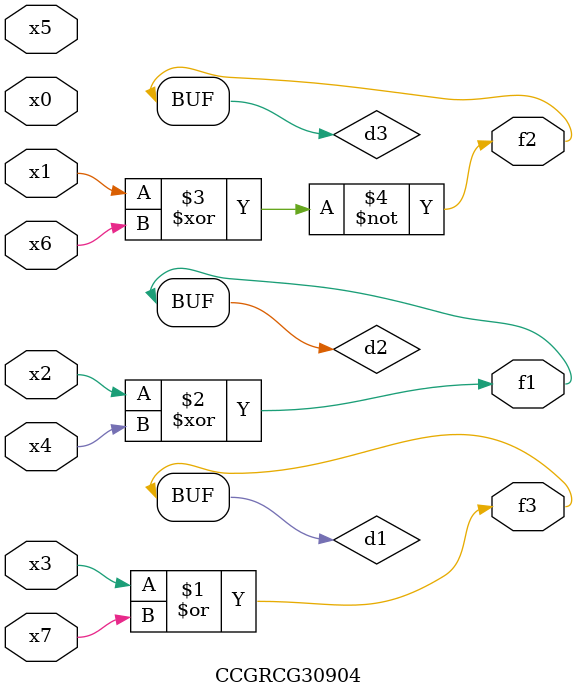
<source format=v>
module CCGRCG30904(
	input x0, x1, x2, x3, x4, x5, x6, x7,
	output f1, f2, f3
);

	wire d1, d2, d3;

	or (d1, x3, x7);
	xor (d2, x2, x4);
	xnor (d3, x1, x6);
	assign f1 = d2;
	assign f2 = d3;
	assign f3 = d1;
endmodule

</source>
